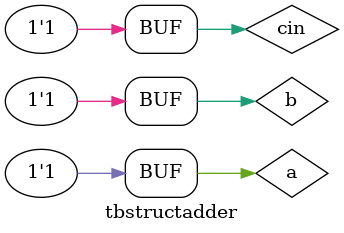
<source format=v>
module tbstructadder();
wire sum,cout;
reg a,b,cin;
structadder dut(a,b,cin,sum,carry);
initial
begin
{a,b,cin}=0;
#10
{a,b,cin}=1;
#10
{a,b,cin}=2;
#10
{a,b,cin}=3;
#10
{a,b,cin}=4;
#10
{a,b,cin}=5;
#10
{a,b,cin}=6;
#10
{a,b,cin}=7;
#10
$monitor ( "a=%b , b=%b ,sum=%b, carry=%b",a,b,cin,sum,carry);

end
endmodule
</source>
